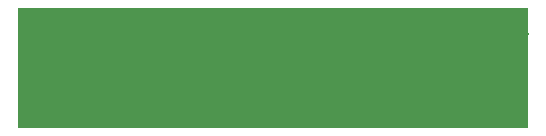
<source format=gbr>
%TF.GenerationSoftware,KiCad,Pcbnew,(6.0.10)*%
%TF.CreationDate,2023-05-07T22:18:59+03:00*%
%TF.ProjectId,Filter,46696c74-6572-42e6-9b69-6361645f7063,rev?*%
%TF.SameCoordinates,Original*%
%TF.FileFunction,Copper,L3,Inr*%
%TF.FilePolarity,Positive*%
%FSLAX46Y46*%
G04 Gerber Fmt 4.6, Leading zero omitted, Abs format (unit mm)*
G04 Created by KiCad (PCBNEW (6.0.10)) date 2023-05-07 22:18:59*
%MOMM*%
%LPD*%
G01*
G04 APERTURE LIST*
%TA.AperFunction,ViaPad*%
%ADD10C,0.800000*%
%TD*%
G04 APERTURE END LIST*
D10*
%TO.N,GND*%
X143450000Y-107650000D03*
X161100000Y-101300000D03*
X131050000Y-107550000D03*
X120600000Y-101450000D03*
X122550000Y-101450000D03*
X149650000Y-107650000D03*
X156950000Y-101300000D03*
X144600000Y-107650000D03*
X118650000Y-101450000D03*
X126100000Y-107550000D03*
X160950000Y-106950000D03*
X150800000Y-107650000D03*
X118650000Y-107000000D03*
X156900000Y-106950000D03*
X159050000Y-101300000D03*
X124800000Y-107550000D03*
X132300000Y-107600000D03*
X122550000Y-107000000D03*
X137250000Y-107600000D03*
X120600000Y-107000000D03*
X138450000Y-107650000D03*
X159050000Y-106950000D03*
%TD*%
%TA.AperFunction,Conductor*%
%TO.N,GND*%
G36*
X161383621Y-99078502D02*
G01*
X161430114Y-99132158D01*
X161441500Y-99184500D01*
X161441500Y-109115500D01*
X161421498Y-109183621D01*
X161367842Y-109230114D01*
X161315500Y-109241500D01*
X118334500Y-109241500D01*
X118266379Y-109221498D01*
X118219886Y-109167842D01*
X118208500Y-109115500D01*
X118208500Y-99184500D01*
X118228502Y-99116379D01*
X118282158Y-99069886D01*
X118334500Y-99058500D01*
X161315500Y-99058500D01*
X161383621Y-99078502D01*
G37*
%TD.AperFunction*%
%TD*%
M02*

</source>
